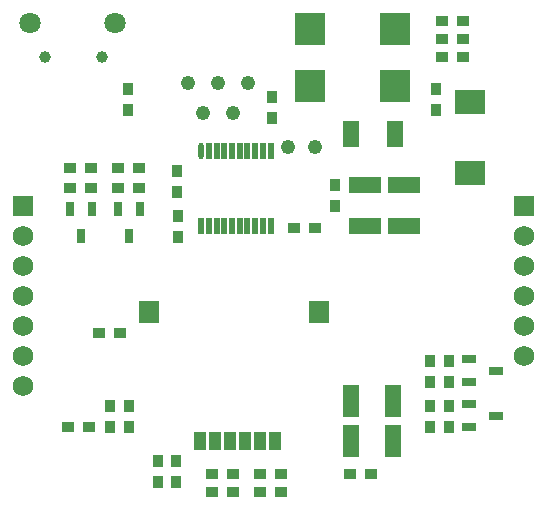
<source format=gbs>
%FSLAX25Y25*%
%MOIN*%
G70*
G01*
G75*
G04 Layer_Color=16711935*
%ADD10R,0.03000X0.03500*%
%ADD11R,0.03500X0.03000*%
%ADD12R,0.02362X0.04299*%
%ADD13R,0.08661X0.04134*%
%ADD14R,0.04331X0.03937*%
%ADD15R,0.07874X0.07874*%
%ADD16R,0.02362X0.07874*%
%ADD17R,0.07874X0.02362*%
%ADD18R,0.03937X0.04331*%
%ADD19R,0.04134X0.08661*%
%ADD20R,0.11811X0.04213*%
%ADD21R,0.37008X0.27559*%
%ADD22R,0.01575X0.03937*%
%ADD23R,0.12992X0.07087*%
%ADD24C,0.01000*%
%ADD25C,0.01500*%
%ADD26C,0.02000*%
%ADD27C,0.04000*%
%ADD28C,0.03150*%
%ADD29C,0.07000*%
%ADD30C,0.06000*%
%ADD31R,0.06000X0.06000*%
%ADD32C,0.03150*%
%ADD33C,0.06299*%
%ADD34C,0.02500*%
%ADD35R,0.04299X0.02362*%
%ADD36R,0.04724X0.09843*%
%ADD37R,0.09843X0.04724*%
%ADD38R,0.09449X0.07087*%
%ADD39R,0.09449X0.10236*%
%ADD40R,0.05906X0.06693*%
%ADD41R,0.03150X0.05118*%
%ADD42R,0.04921X0.07874*%
%ADD43R,0.01181X0.04724*%
%ADD44O,0.01181X0.04724*%
%ADD45C,0.04000*%
%ADD46C,0.00500*%
%ADD47C,0.01600*%
%ADD48C,0.00787*%
%ADD49C,0.00800*%
%ADD50C,0.00600*%
%ADD51C,0.00700*%
%ADD52C,0.00100*%
%ADD53R,0.01300X0.11811*%
%ADD54R,0.11811X0.01300*%
%ADD55R,0.13988X0.01000*%
%ADD56R,0.01870X0.17323*%
%ADD57R,0.01181X0.08412*%
%ADD58R,0.03800X0.04300*%
%ADD59R,0.04300X0.03800*%
%ADD60R,0.03162X0.05099*%
%ADD61R,0.09461X0.04934*%
%ADD62R,0.05131X0.04737*%
%ADD63R,0.08674X0.08674*%
%ADD64R,0.03162X0.08674*%
%ADD65R,0.08674X0.03162*%
%ADD66R,0.04737X0.05131*%
%ADD67R,0.04934X0.09461*%
%ADD68R,0.12611X0.05013*%
%ADD69R,0.37808X0.28359*%
%ADD70R,0.02375X0.04737*%
%ADD71R,0.13792X0.07887*%
%ADD72C,0.06800*%
%ADD73R,0.06800X0.06800*%
%ADD74C,0.03950*%
%ADD75C,0.07099*%
%ADD76R,0.05099X0.03162*%
%ADD77R,0.05524X0.10642*%
%ADD78R,0.10642X0.05524*%
%ADD79R,0.10249X0.07887*%
%ADD80R,0.10249X0.11036*%
%ADD81R,0.06706X0.07493*%
%ADD82R,0.03950X0.05918*%
%ADD83R,0.05721X0.08674*%
%ADD84R,0.01981X0.05524*%
%ADD85O,0.01981X0.05524*%
%ADD86C,0.04800*%
D58*
X147000Y48500D02*
D03*
Y55500D02*
D03*
X140500D02*
D03*
Y48500D02*
D03*
Y40500D02*
D03*
Y33500D02*
D03*
X147000D02*
D03*
Y40500D02*
D03*
X109063Y107240D02*
D03*
Y114240D02*
D03*
X49890Y15240D02*
D03*
Y22240D02*
D03*
X40390Y40374D02*
D03*
Y33374D02*
D03*
X55890Y15240D02*
D03*
Y22240D02*
D03*
X33890Y40374D02*
D03*
Y33374D02*
D03*
X56587Y96740D02*
D03*
Y103740D02*
D03*
X142500Y139000D02*
D03*
Y146000D02*
D03*
X39890Y139240D02*
D03*
Y146240D02*
D03*
X88008Y136366D02*
D03*
Y143366D02*
D03*
X56390Y118937D02*
D03*
Y111937D02*
D03*
D59*
X19890Y33374D02*
D03*
X26890D02*
D03*
X37390Y64866D02*
D03*
X30390D02*
D03*
X20563Y113240D02*
D03*
X27563D02*
D03*
Y119740D02*
D03*
X20563D02*
D03*
X43563D02*
D03*
X36563D02*
D03*
Y113240D02*
D03*
X43563D02*
D03*
X120910Y17784D02*
D03*
X113909D02*
D03*
X74890Y11740D02*
D03*
X67890D02*
D03*
X74890Y17740D02*
D03*
X67890D02*
D03*
X83890D02*
D03*
X90890D02*
D03*
X83890Y11740D02*
D03*
X90890D02*
D03*
X144500Y156819D02*
D03*
X151500D02*
D03*
X144500Y168819D02*
D03*
X151500D02*
D03*
X144500Y162819D02*
D03*
X151500D02*
D03*
X102087Y99740D02*
D03*
X95087D02*
D03*
D60*
X24303Y96980D02*
D03*
X28043Y106067D02*
D03*
X20563D02*
D03*
X40303Y96980D02*
D03*
X44043Y106067D02*
D03*
X36563D02*
D03*
D72*
X172000Y77000D02*
D03*
Y57000D02*
D03*
Y67000D02*
D03*
Y87000D02*
D03*
Y97000D02*
D03*
X5000Y47000D02*
D03*
Y57000D02*
D03*
Y67000D02*
D03*
Y77000D02*
D03*
Y87000D02*
D03*
Y97000D02*
D03*
D73*
X172000Y107000D02*
D03*
X5000D02*
D03*
D74*
X31335Y156772D02*
D03*
X12241D02*
D03*
D75*
X35666Y168190D02*
D03*
X7320D02*
D03*
D76*
X162587Y52240D02*
D03*
X153500Y55980D02*
D03*
Y48500D02*
D03*
X162587Y37240D02*
D03*
X153500Y40980D02*
D03*
Y33500D02*
D03*
D77*
X114390Y42240D02*
D03*
X128169D02*
D03*
Y28740D02*
D03*
X114390D02*
D03*
D78*
X118764Y114083D02*
D03*
Y100303D02*
D03*
X131890Y114140D02*
D03*
Y100361D02*
D03*
D79*
X154000Y141811D02*
D03*
Y118189D02*
D03*
D80*
X129063Y147240D02*
D03*
X100716D02*
D03*
X129063Y166240D02*
D03*
X100716D02*
D03*
D81*
X47039Y71654D02*
D03*
X103732D02*
D03*
D82*
X68890Y28740D02*
D03*
X88890D02*
D03*
X78890D02*
D03*
X63890D02*
D03*
X73890D02*
D03*
X83890D02*
D03*
D83*
X128945Y131240D02*
D03*
X114181D02*
D03*
D84*
X66949Y125366D02*
D03*
X87421D02*
D03*
X66949Y100563D02*
D03*
X87421D02*
D03*
X69508Y125366D02*
D03*
X72067Y100563D02*
D03*
X69508D02*
D03*
X64390D02*
D03*
X77185D02*
D03*
X74626D02*
D03*
Y125366D02*
D03*
X79744D02*
D03*
X82303D02*
D03*
X84862D02*
D03*
Y100563D02*
D03*
X82303D02*
D03*
X79744D02*
D03*
X72067Y125366D02*
D03*
X77185D02*
D03*
D85*
X64390D02*
D03*
D86*
X65000Y138000D02*
D03*
X80000Y148000D02*
D03*
X93224Y126894D02*
D03*
X70000Y148000D02*
D03*
X75000Y138000D02*
D03*
X60000Y148000D02*
D03*
X102224Y126894D02*
D03*
M02*

</source>
